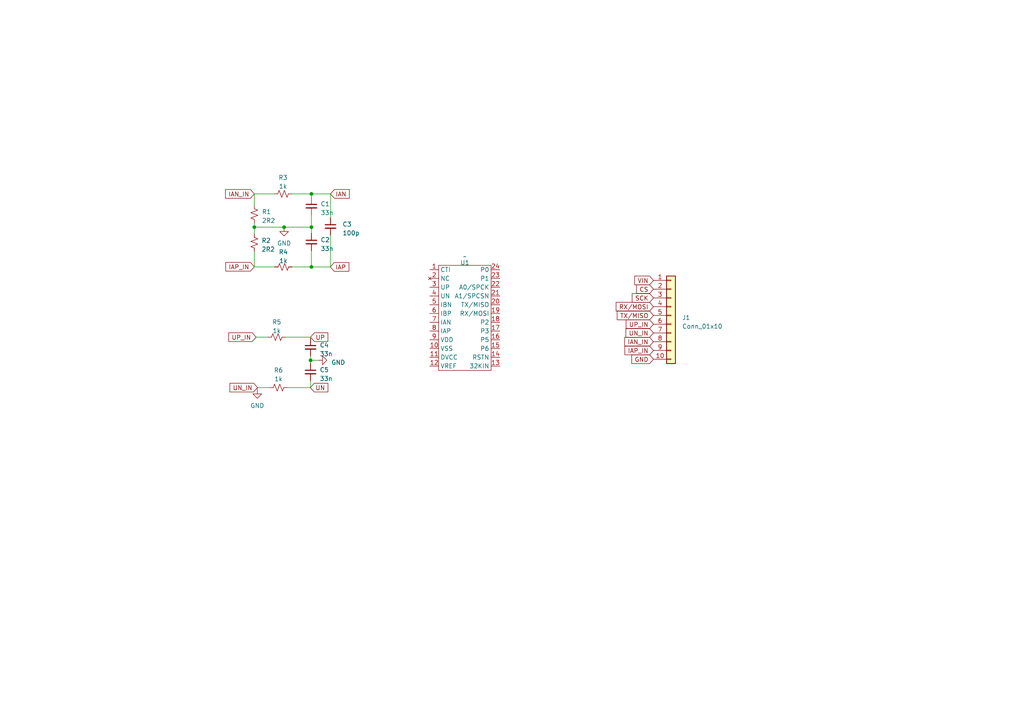
<source format=kicad_sch>
(kicad_sch (version 20230121) (generator eeschema)
  (paper "A4")
  (lib_symbols
    (symbol "Connector_Generic:Conn_01x10" (pin_names (offset 1.016) hide)
      (property "Reference" "J" (at 0 12.7 0))
      (property "Value" "Conn_01x10" (at 0 -15.24 0))
      (symbol "Conn_01x10_1_1"
        (rectangle (start -1.27 -12.573) (end 0 -12.827) (stroke (width 0.1524)))
        (rectangle (start -1.27 -10.033) (end 0 -10.287) (stroke (width 0.1524)))
        (rectangle (start -1.27 -7.493) (end 0 -7.747) (stroke (width 0.1524)))
        (rectangle (start -1.27 -4.953) (end 0 -5.207) (stroke (width 0.1524)))
        (rectangle (start -1.27 -2.413) (end 0 -2.667) (stroke (width 0.1524)))
        (rectangle (start -1.27 0.127) (end 0 -0.127) (stroke (width 0.1524)))
        (rectangle (start -1.27 2.667) (end 0 2.413) (stroke (width 0.1524)))
        (rectangle (start -1.27 5.207) (end 0 4.953) (stroke (width 0.1524)))
        (rectangle (start -1.27 7.747) (end 0 7.493) (stroke (width 0.1524)))
        (rectangle (start -1.27 10.287) (end 0 10.033) (stroke (width 0.1524)))
        (rectangle (start -1.27 11.43) (end 1.27 -13.97) (stroke (width 0.254)) (fill (type background)))
        (pin passive line (at -5.08 10.16 0) (length 3.81) (name "Pin_1") (number "1"))
        (pin passive line (at -5.08 -12.7 0) (length 3.81) (name "Pin_10") (number "10"))
        (pin passive line (at -5.08 7.62 0) (length 3.81) (name "Pin_2") (number "2"))
        (pin passive line (at -5.08 5.08 0) (length 3.81) (name "Pin_3") (number "3"))
        (pin passive line (at -5.08 2.54 0) (length 3.81) (name "Pin_4") (number "4"))
        (pin passive line (at -5.08 0 0) (length 3.81) (name "Pin_5") (number "5"))
        (pin passive line (at -5.08 -2.54 0) (length 3.81) (name "Pin_6") (number "6"))
        (pin passive line (at -5.08 -5.08 0) (length 3.81) (name "Pin_7") (number "7"))
        (pin passive line (at -5.08 -7.62 0) (length 3.81) (name "Pin_8") (number "8"))
        (pin passive line (at -5.08 -10.16 0) (length 3.81) (name "Pin_9") (number "9"))
      )
    )
    (symbol "Device:C_Small" (pin_numbers hide) (pin_names (offset 0.254) hide)
      (property "Reference" "C" (at 0.254 1.778 0))
      (property "Value" "C_Small" (at 0.254 -2.032 0))
      (symbol "C_Small_0_1"
        (polyline (pts (xy -1.524 -0.508) (xy 1.524 -0.508)) (stroke (width 0.3302)))
        (polyline (pts (xy -1.524 0.508) (xy 1.524 0.508)) (stroke (width 0.3048)))
      )
      (symbol "C_Small_1_1"
        (pin passive line (at 0 2.54 270) (length 2.032) (name "~") (number "1"))
        (pin passive line (at 0 -2.54 90) (length 2.032) (name "~") (number "2"))
      )
    )
    (symbol "Device:R_Small_US" (pin_numbers hide) (pin_names (offset 0.254) hide)
      (property "Reference" "R" (at 0.762 0.508 0))
      (property "Value" "R_Small_US" (at 0.762 -1.016 0))
      (symbol "R_Small_US_1_1"
        (polyline (pts (xy 0 0) (xy 1.016 -0.381) (xy 0 -0.762) (xy -1.016 -1.143) (xy 0 -1.524)))
        (polyline (pts (xy 0 1.524) (xy 1.016 1.143) (xy 0 0.762) (xy -1.016 0.381) (xy 0 0)))
        (pin passive line (at 0 2.54 270) (length 1.016) (name "~") (number "1"))
        (pin passive line (at 0 -2.54 90) (length 1.016) (name "~") (number "2"))
      )
    )
    (symbol "V93xx_Breakout:V9381"
      (property "Reference" "U" (at 0 0 0))
      (symbol "V9381_0_1"
        (rectangle (start -7.62 -2.54) (end 7.62 -33.02))
      )
      (symbol "V9381_1_1"
        (pin input line (at -10.16 -3.81 0) (length 2.54) (name "CTI") (number "1"))
        (pin power_in line (at -10.16 -26.67 0) (length 2.54) (name "VSS") (number "10"))
        (pin power_out line (at -10.16 -29.21 0) (length 2.54) (name "DVCC") (number "11"))
        (pin power_out line (at -10.16 -31.75 0) (length 2.54) (name "VREF") (number "12"))
        (pin input line (at 10.16 -31.75 180) (length 2.54) (name "32KIN") (number "13"))
        (pin input line (at 10.16 -29.21 180) (length 2.54) (name "RSTN") (number "14"))
        (pin output line (at 10.16 -26.67 180) (length 2.54) (name "P6") (number "15"))
        (pin output line (at 10.16 -24.13 180) (length 2.54) (name "P5") (number "16"))
        (pin output line (at 10.16 -21.59 180) (length 2.54) (name "P3") (number "17"))
        (pin output line (at 10.16 -19.05 180) (length 2.54) (name "P2") (number "18"))
        (pin input line (at 10.16 -16.51 180) (length 2.54) (name "RX/MOSI") (number "19"))
        (pin no_connect line (at -10.16 -6.35 0) (length 2.54) (name "NC") (number "2"))
        (pin output line (at 10.16 -13.97 180) (length 2.54) (name "TX/MISO") (number "20"))
        (pin input line (at 10.16 -11.43 180) (length 2.54) (name "A1/SPCSN") (number "21"))
        (pin input line (at 10.16 -8.89 180) (length 2.54) (name "A0/SPCK") (number "22"))
        (pin output line (at 10.16 -6.35 180) (length 2.54) (name "P1") (number "23"))
        (pin output line (at 10.16 -3.81 180) (length 2.54) (name "P0") (number "24"))
        (pin input line (at -10.16 -8.89 0) (length 2.54) (name "UP") (number "3"))
        (pin input line (at -10.16 -11.43 0) (length 2.54) (name "UN") (number "4"))
        (pin input line (at -10.16 -13.97 0) (length 2.54) (name "IBN") (number "5"))
        (pin input line (at -10.16 -16.51 0) (length 2.54) (name "IBP") (number "6"))
        (pin input line (at -10.16 -19.05 0) (length 2.54) (name "IAN") (number "7"))
        (pin input line (at -10.16 -21.59 0) (length 2.54) (name "IAP") (number "8"))
        (pin power_in line (at -10.16 -24.13 0) (length 2.54) (name "VDD") (number "9"))
      )
    )
    (symbol "power:GND" (power) (pin_names (offset 0))
      (property "Value" "GND" (at 0 -3.81 0))
      (symbol "GND_0_1"
        (polyline (pts (xy 0 0) (xy 0 -1.27) (xy 1.27 -1.27) (xy 0 -2.54) (xy -1.27 -1.27) (xy 0 -1.27)))
      )
      (symbol "GND_1_1"
        (pin power_in line (at 0 0 270) (length 0) hide (name "GND") (number "1"))
      )
    )
  )
  (junction (at 90.3224 77.4192))
  (junction (at 73.7616 65.8876))
  (junction (at 90.0684 104.4956))
  (junction (at 90.3224 56.2356))
  (junction (at 82.3976 65.8876))
  (junction (at 90.3224 65.8876))
  (wire (pts (xy 78.232 112.4204) (xy 74.6252 112.4204)))
  (wire (pts (xy 74.6252 112.4204) (xy 74.6252 112.9792)))
  (wire (pts (xy 90.3224 56.2356) (xy 90.3224 57.2516)))
  (wire (pts (xy 90.3224 77.4192) (xy 95.8596 77.4192)))
  (wire (pts (xy 74.2696 97.79) (xy 77.724 97.79)))
  (wire (pts (xy 95.8596 56.2356) (xy 90.3224 56.2356)))
  (wire (pts (xy 95.8596 63.1444) (xy 95.8596 56.2356)))
  (wire (pts (xy 73.7616 65.8876) (xy 82.3976 65.8876)))
  (wire (pts (xy 90.0684 103.2764) (xy 90.0684 104.4956)))
  (wire (pts (xy 84.7344 77.4192) (xy 90.3224 77.4192)))
  (wire (pts (xy 73.7616 72.9488) (xy 73.7616 77.4192)))
  (wire (pts (xy 73.7616 56.2356) (xy 73.7616 59.5376)))
  (wire (pts (xy 82.804 97.79) (xy 90.0684 97.79)))
  (wire (pts (xy 83.312 112.4204) (xy 90.0684 112.4204)))
  (wire (pts (xy 90.0684 104.4956) (xy 92.2528 104.4956)))
  (wire (pts (xy 90.0684 104.4956) (xy 90.0684 105.3592)))
  (wire (pts (xy 90.3224 62.3316) (xy 90.3224 65.8876)))
  (wire (pts (xy 79.5528 56.2356) (xy 73.7616 56.2356)))
  (wire (pts (xy 73.7616 65.8876) (xy 73.7616 67.8688)))
  (wire (pts (xy 84.6328 56.2356) (xy 90.3224 56.2356)))
  (wire (pts (xy 95.8596 77.4192) (xy 95.8596 68.2244)))
  (wire (pts (xy 90.3224 72.7456) (xy 90.3224 77.4192)))
  (wire (pts (xy 90.0684 112.4204) (xy 90.0684 110.4392)))
  (wire (pts (xy 73.7616 64.6176) (xy 73.7616 65.8876)))
  (wire (pts (xy 90.0684 97.79) (xy 90.0684 98.1964)))
  (wire (pts (xy 82.3976 65.8876) (xy 90.3224 65.8876)))
  (wire (pts (xy 90.3224 65.8876) (xy 90.3224 67.6656)))
  (wire (pts (xy 73.7616 77.4192) (xy 79.6544 77.4192)))
  (global_label "TX{slash}MISO" (shape input) (at 189.5348 91.4908 180) (property "Intersheetrefs" "${INTERSHEET_REFS}" (effects hide)))
  (global_label "UN" (shape input) (at 90.0176 112.4204 0) (property "Intersheetrefs" "${INTERSHEET_REFS}" (effects hide)))
  (global_label "IAP" (shape input) (at 95.8088 77.4192 0) (property "Intersheetrefs" "${INTERSHEET_REFS}" (effects hide)))
  (global_label "IAN" (shape input) (at 95.8596 56.2356 0) (property "Intersheetrefs" "${INTERSHEET_REFS}" (effects hide)))
  (global_label "UN_IN" (shape input) (at 74.676 112.4204 180) (property "Intersheetrefs" "${INTERSHEET_REFS}" (effects hide)))
  (global_label "GND" (shape input) (at 189.5348 104.1908 180) (property "Intersheetrefs" "${INTERSHEET_REFS}" (effects hide)))
  (global_label "UP_IN" (shape input) (at 74.2696 97.79 180) (property "Intersheetrefs" "${INTERSHEET_REFS}" (effects hide)))
  (global_label "IAN_IN" (shape input) (at 73.7616 56.2356 180) (property "Intersheetrefs" "${INTERSHEET_REFS}" (effects hide)))
  (global_label "UP" (shape input) (at 90.0684 97.79 0) (property "Intersheetrefs" "${INTERSHEET_REFS}" (effects hide)))
  (global_label "SCK" (shape input) (at 189.5348 86.4108 180) (property "Intersheetrefs" "${INTERSHEET_REFS}" (effects hide)))
  (global_label "UP_IN" (shape input) (at 189.5348 94.0308 180) (property "Intersheetrefs" "${INTERSHEET_REFS}" (effects hide)))
  (global_label "CS" (shape input) (at 189.5348 83.8708 180) (property "Intersheetrefs" "${INTERSHEET_REFS}" (effects hide)))
  (global_label "RX{slash}MOSI" (shape input) (at 189.5348 88.9508 180) (property "Intersheetrefs" "${INTERSHEET_REFS}" (effects hide)))
  (global_label "UN_IN" (shape input) (at 189.5348 96.5708 180) (property "Intersheetrefs" "${INTERSHEET_REFS}" (effects hide)))
  (global_label "VIN" (shape input) (at 189.5348 81.3308 180) (property "Intersheetrefs" "${INTERSHEET_REFS}" (effects hide)))
  (global_label "IAP_IN" (shape input) (at 73.7616 77.3684 180) (property "Intersheetrefs" "${INTERSHEET_REFS}" (effects hide)))
  (global_label "IAP_IN" (shape input) (at 189.5348 101.6508 180) (property "Intersheetrefs" "${INTERSHEET_REFS}" (effects hide)))
  (global_label "IAN_IN" (shape input) (at 189.5348 99.1108 180) (property "Intersheetrefs" "${INTERSHEET_REFS}" (effects hide)))
  (symbol (lib_id "Device:R_Small_US") (at 80.772 112.4204 90) (unit 1)
    (property "Reference" "R6" (at 80.772 107.3912 90))
    (property "Value" "1k" (at 80.772 109.9312 90))
    (property "Footprint" "Resistor_SMD:R_0603_1608Metric" (effects hide))
    (property "MPN" "RR0816P-102-D" (effects hide))
  )
  (symbol (lib_id "Connector_Generic:Conn_01x10") (at 194.6148 91.4908 0) (unit 1)
    (property "Reference" "J1" (at 197.8152 92.1258 0) (effects (justify left)))
    (property "Value" "Conn_01x10" (at 197.8152 94.6658 0) (effects (justify left)))
    (property "Footprint" "Connector_PinHeader_2.54mm:PinHeader_1x10_P2.54mm_Vertical" (effects hide))
  )
  (symbol (lib_id "Device:R_Small_US") (at 82.0928 56.2356 90) (unit 1)
    (property "Reference" "R3" (at 82.0928 51.5112 90))
    (property "Value" "1k" (at 82.0928 54.0512 90))
    (property "Footprint" "Resistor_SMD:R_0603_1608Metric" (effects hide))
    (property "MPN" "RR0816P-102-D" (effects hide))
  )
  (symbol (lib_id "power:GND") (at 82.3976 65.8876 0) (unit 1)
    (property "Reference" "#PWR01" (effects hide))
    (property "Value" "GND" (at 82.3976 70.5612 0))
  )
  (symbol (lib_id "Device:R_Small_US") (at 80.264 97.79 90) (unit 1)
    (property "Reference" "R5" (at 80.264 93.4212 90))
    (property "Value" "1k" (at 80.264 95.9612 90))
    (property "Footprint" "Resistor_SMD:R_0603_1608Metric" (effects hide))
    (property "MPN" "RR0816P-102-D" (effects hide))
  )
  (symbol (lib_id "Device:R_Small_US") (at 73.7616 70.4088 0) (unit 1)
    (property "Reference" "R2" (at 75.8444 69.7738 0) (effects (justify left)))
    (property "Value" "2R2" (at 75.8444 72.3138 0) (effects (justify left)))
    (property "Footprint" "Resistor_SMD:R_0603_1608Metric" (effects hide))
    (property "MPN" "CPF0603B2R21E1" (effects hide))
  )
  (symbol (lib_id "Device:C_Small") (at 90.3224 59.7916 0) (unit 1)
    (property "Reference" "C1" (at 92.964 59.1629 0) (effects (justify left)))
    (property "Value" "33n" (at 92.964 61.7029 0) (effects (justify left)))
    (property "Footprint" "Capacitor_SMD:C_0603_1608Metric" (effects hide))
    (property "MPN" "CC0603JRX7R9BB333" (effects hide))
  )
  (symbol (lib_id "Device:R_Small_US") (at 73.7616 62.0776 0) (unit 1)
    (property "Reference" "R1" (at 75.946 61.4426 0) (effects (justify left)))
    (property "Value" "2R2" (at 75.946 63.9826 0) (effects (justify left)))
    (property "Footprint" "Resistor_SMD:R_0603_1608Metric" (effects hide))
    (property "MPN" "CPF0603B2R21E1" (effects hide))
  )
  (symbol (lib_id "Device:C_Small") (at 95.8596 65.6844 0) (unit 1)
    (property "Reference" "C3" (at 99.314 65.0557 0) (effects (justify left)))
    (property "Value" "100p" (at 99.314 67.5957 0) (effects (justify left)))
    (property "Footprint" "Capacitor_SMD:C_0603_1608Metric" (effects hide))
    (property "MPN" "885012206003" (effects hide))
  )
  (symbol (lib_id "Device:C_Small") (at 90.3224 70.2056 0) (unit 1)
    (property "Reference" "C2" (at 92.964 69.5769 0) (effects (justify left)))
    (property "Value" "33n" (at 92.964 72.1169 0) (effects (justify left)))
    (property "Footprint" "Capacitor_SMD:C_0603_1608Metric" (effects hide))
    (property "MPN" "CC0603JRX7R9BB333" (effects hide))
  )
  (symbol (lib_id "power:GND") (at 74.6252 112.9792 0) (unit 1)
    (property "Reference" "#PWR02" (effects hide))
    (property "Value" "GND" (at 74.6252 117.6528 0))
  )
  (symbol (lib_id "power:GND") (at 92.2528 104.4956 90) (unit 1)
    (property "Reference" "#PWR03" (effects hide))
    (property "Value" "GND" (at 96.0628 105.1306 90) (effects (justify right)))
  )
  (symbol (lib_id "Device:C_Small") (at 90.0684 107.8992 0) (unit 1)
    (property "Reference" "C5" (at 92.71 107.2705 0) (effects (justify left)))
    (property "Value" "33n" (at 92.71 109.8105 0) (effects (justify left)))
    (property "Footprint" "Capacitor_SMD:C_0603_1608Metric" (effects hide))
    (property "MPN" "CC0603JRX7R9BB333" (effects hide))
  )
  (symbol (lib_id "Device:C_Small") (at 90.0684 100.7364 0) (unit 1)
    (property "Reference" "C4" (at 92.71 100.1077 0) (effects (justify left)))
    (property "Value" "33n" (at 92.71 102.6477 0) (effects (justify left)))
    (property "Footprint" "Capacitor_SMD:C_0603_1608Metric" (effects hide))
    (property "MPN" "CC0603JRX7R9BB333" (effects hide))
  )
  (symbol (lib_id "Device:R_Small_US") (at 82.1944 77.4192 90) (unit 1)
    (property "Reference" "R4" (at 82.1944 73.1012 90))
    (property "Value" "1k" (at 82.1944 75.6412 90))
    (property "Footprint" "Resistor_SMD:R_0603_1608Metric" (effects hide))
    (property "MPN" "RR0816P-102-D" (effects hide))
  )
  (symbol (lib_id "V93xx_Breakout:V9381") (at 134.8232 74.422 0) (unit 1)
    (property "Reference" "U1" (at 134.8232 76.2 0))
    (property "Value" "~" (at 134.8232 74.422 0))
    (property "Footprint" "Package_SO:SSOP-24_5.3x8.2mm_P0.65mm" (effects hide))
  )
)
</source>
